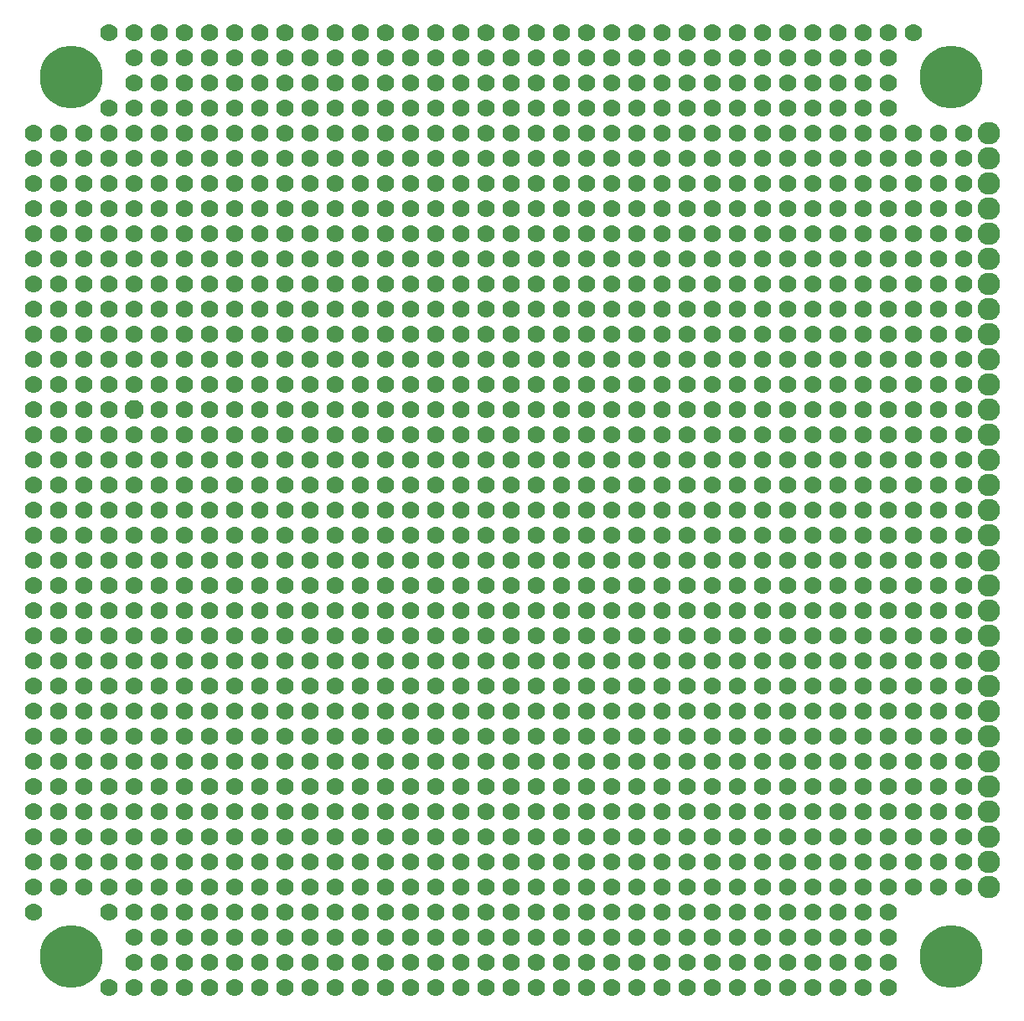
<source format=gbr>
%TF.GenerationSoftware,KiCad,Pcbnew,(6.0.1)*%
%TF.CreationDate,2023-02-05T21:43:02-08:00*%
%TF.ProjectId,Main-PcbDoc,4d61696e-2d50-4636-9244-6f632e6b6963,rev?*%
%TF.SameCoordinates,Original*%
%TF.FileFunction,Soldermask,Bot*%
%TF.FilePolarity,Negative*%
%FSLAX46Y46*%
G04 Gerber Fmt 4.6, Leading zero omitted, Abs format (unit mm)*
G04 Created by KiCad (PCBNEW (6.0.1)) date 2023-02-05 21:43:02*
%MOMM*%
%LPD*%
G01*
G04 APERTURE LIST*
%ADD10C,1.778000*%
%ADD11C,1.930400*%
%ADD12C,2.286000*%
%ADD13C,6.350000*%
G04 APERTURE END LIST*
D10*
%TO.C,*%
X31750000Y41910000D03*
X31750000Y39370000D03*
X26670000Y41910000D03*
X29210000Y41910000D03*
X26670000Y39370000D03*
X26670000Y36830000D03*
X29210000Y39370000D03*
X31750000Y49530000D03*
X31750000Y46990000D03*
X26670000Y49530000D03*
X29210000Y49530000D03*
X26670000Y46990000D03*
X26670000Y44450000D03*
X29210000Y46990000D03*
X29210000Y44450000D03*
X31750000Y44450000D03*
X31750000Y57150000D03*
X31750000Y54610000D03*
X26670000Y57150000D03*
X29210000Y57150000D03*
X26670000Y54610000D03*
X26670000Y52070000D03*
X29210000Y54610000D03*
X29210000Y52070000D03*
X31750000Y52070000D03*
X31750000Y64770000D03*
X31750000Y62230000D03*
X26670000Y64770000D03*
X29210000Y64770000D03*
X26670000Y62230000D03*
X26670000Y59690000D03*
X29210000Y62230000D03*
X29210000Y59690000D03*
X31750000Y59690000D03*
X31750000Y72390000D03*
X31750000Y69850000D03*
X26670000Y72390000D03*
X29210000Y72390000D03*
X26670000Y69850000D03*
X26670000Y67310000D03*
X29210000Y69850000D03*
X29210000Y67310000D03*
X31750000Y67310000D03*
X31750000Y80010000D03*
X31750000Y77470000D03*
X26670000Y80010000D03*
X29210000Y80010000D03*
X26670000Y77470000D03*
X26670000Y74930000D03*
X29210000Y77470000D03*
X29210000Y74930000D03*
X31750000Y74930000D03*
X31750000Y82550000D03*
X29210000Y82550000D03*
X29210000Y85090000D03*
X26670000Y82550000D03*
X26670000Y85090000D03*
X29210000Y87630000D03*
X26670000Y87630000D03*
X31750000Y85090000D03*
X31750000Y87630000D03*
X34290000Y29210000D03*
X36830000Y34290000D03*
X39370000Y34290000D03*
X41910000Y34290000D03*
X44450000Y34290000D03*
X46990000Y34290000D03*
X49530000Y34290000D03*
X52070000Y34290000D03*
X57150000Y34290000D03*
X54610000Y34290000D03*
X54610000Y31750000D03*
X57150000Y31750000D03*
X52070000Y31750000D03*
X49530000Y31750000D03*
X46990000Y31750000D03*
X44450000Y31750000D03*
X41910000Y31750000D03*
X39370000Y31750000D03*
X36830000Y31750000D03*
X54610000Y29210000D03*
X57150000Y29210000D03*
X52070000Y29210000D03*
X49530000Y29210000D03*
X46990000Y29210000D03*
X44450000Y29210000D03*
X41910000Y29210000D03*
X39370000Y29210000D03*
X36830000Y29210000D03*
X34290000Y125730000D03*
X57150000Y123190000D03*
X54610000Y123190000D03*
X52070000Y123190000D03*
X49530000Y123190000D03*
X46990000Y123190000D03*
X44450000Y123190000D03*
X41910000Y123190000D03*
X39370000Y123190000D03*
X36830000Y123190000D03*
X36830000Y125730000D03*
X39370000Y125730000D03*
X41910000Y125730000D03*
X44450000Y125730000D03*
X46990000Y125730000D03*
X49530000Y125730000D03*
X52070000Y125730000D03*
X54610000Y125730000D03*
X57150000Y125730000D03*
X36830000Y120650000D03*
X39370000Y120650000D03*
X41910000Y120650000D03*
X44450000Y120650000D03*
X46990000Y120650000D03*
X49530000Y120650000D03*
X52070000Y120650000D03*
X54610000Y120650000D03*
X57150000Y120650000D03*
X102870000Y120650000D03*
X105410000Y120650000D03*
X107950000Y120650000D03*
X110490000Y120650000D03*
X113030000Y120650000D03*
X80010000Y120650000D03*
X82550000Y120650000D03*
X85090000Y120650000D03*
X87630000Y120650000D03*
X90170000Y120650000D03*
X92710000Y120650000D03*
X95250000Y120650000D03*
X97790000Y120650000D03*
X100330000Y120650000D03*
X77470000Y120650000D03*
X74930000Y120650000D03*
X72390000Y120650000D03*
X69850000Y120650000D03*
X67310000Y120650000D03*
X64770000Y120650000D03*
X62230000Y120650000D03*
X59690000Y120650000D03*
X52070000Y87630000D03*
X54610000Y87630000D03*
X57150000Y87630000D03*
X49530000Y87630000D03*
X46990000Y87630000D03*
X44450000Y87630000D03*
X41910000Y87630000D03*
X39370000Y87630000D03*
D11*
X36830000Y87630000D03*
D10*
X34290000Y87630000D03*
X52070000Y85090000D03*
X54610000Y85090000D03*
X57150000Y85090000D03*
X49530000Y85090000D03*
X46990000Y85090000D03*
X44450000Y85090000D03*
X41910000Y85090000D03*
X39370000Y85090000D03*
X36830000Y85090000D03*
X34290000Y85090000D03*
X52070000Y69850000D03*
X54610000Y69850000D03*
X57150000Y69850000D03*
X49530000Y69850000D03*
X46990000Y69850000D03*
X44450000Y69850000D03*
X41910000Y69850000D03*
X39370000Y69850000D03*
X36830000Y69850000D03*
X34290000Y69850000D03*
X52070000Y67310000D03*
X54610000Y67310000D03*
X57150000Y67310000D03*
X49530000Y67310000D03*
X46990000Y67310000D03*
X44450000Y67310000D03*
X41910000Y67310000D03*
X39370000Y67310000D03*
X36830000Y67310000D03*
X34290000Y67310000D03*
X39370000Y72390000D03*
X36830000Y72390000D03*
X34290000Y72390000D03*
X39370000Y74930000D03*
X39370000Y77470000D03*
X39370000Y80010000D03*
X39370000Y82550000D03*
X36830000Y74930000D03*
X36830000Y77470000D03*
X36830000Y80010000D03*
X36830000Y82550000D03*
X34290000Y74930000D03*
X34290000Y77470000D03*
X34290000Y80010000D03*
X34290000Y82550000D03*
X39370000Y54610000D03*
X36830000Y54610000D03*
X34290000Y54610000D03*
X39370000Y57150000D03*
X39370000Y59690000D03*
X39370000Y62230000D03*
X39370000Y64770000D03*
X36830000Y57150000D03*
X36830000Y59690000D03*
X36830000Y62230000D03*
X36830000Y64770000D03*
X34290000Y57150000D03*
X34290000Y59690000D03*
X34290000Y62230000D03*
X34290000Y64770000D03*
X39370000Y36830000D03*
X36830000Y36830000D03*
X34290000Y36830000D03*
X39370000Y39370000D03*
X39370000Y41910000D03*
X39370000Y44450000D03*
X39370000Y46990000D03*
X36830000Y39370000D03*
X36830000Y41910000D03*
X36830000Y44450000D03*
X36830000Y46990000D03*
X34290000Y39370000D03*
X34290000Y41910000D03*
X34290000Y44450000D03*
X34290000Y46990000D03*
X57150000Y36830000D03*
X54610000Y36830000D03*
X52070000Y36830000D03*
X49530000Y36830000D03*
X46990000Y36830000D03*
X44450000Y36830000D03*
X41910000Y36830000D03*
X57150000Y39370000D03*
X57150000Y41910000D03*
X57150000Y44450000D03*
X57150000Y46990000D03*
X54610000Y39370000D03*
X54610000Y41910000D03*
X54610000Y44450000D03*
X54610000Y46990000D03*
X52070000Y39370000D03*
X52070000Y41910000D03*
X52070000Y44450000D03*
X52070000Y46990000D03*
X49530000Y39370000D03*
X49530000Y41910000D03*
X49530000Y44450000D03*
X49530000Y46990000D03*
X46990000Y39370000D03*
X46990000Y41910000D03*
X46990000Y44450000D03*
X46990000Y46990000D03*
X44450000Y39370000D03*
X44450000Y41910000D03*
X44450000Y44450000D03*
X44450000Y46990000D03*
X41910000Y46990000D03*
X41910000Y44450000D03*
X41910000Y41910000D03*
X41910000Y39370000D03*
X57150000Y54610000D03*
X54610000Y54610000D03*
X52070000Y54610000D03*
X49530000Y54610000D03*
X46990000Y54610000D03*
X44450000Y54610000D03*
X41910000Y54610000D03*
X57150000Y57150000D03*
X57150000Y59690000D03*
X57150000Y62230000D03*
X57150000Y64770000D03*
X54610000Y57150000D03*
X54610000Y59690000D03*
X54610000Y62230000D03*
X54610000Y64770000D03*
X52070000Y57150000D03*
X52070000Y59690000D03*
X52070000Y62230000D03*
X52070000Y64770000D03*
X49530000Y57150000D03*
X49530000Y59690000D03*
X49530000Y62230000D03*
X49530000Y64770000D03*
X46990000Y57150000D03*
X46990000Y59690000D03*
X46990000Y62230000D03*
X46990000Y64770000D03*
X44450000Y57150000D03*
X44450000Y59690000D03*
X44450000Y62230000D03*
X44450000Y64770000D03*
X41910000Y64770000D03*
X41910000Y62230000D03*
X41910000Y59690000D03*
X41910000Y57150000D03*
X57150000Y72390000D03*
X54610000Y72390000D03*
X52070000Y72390000D03*
X49530000Y72390000D03*
X46990000Y72390000D03*
X44450000Y72390000D03*
X41910000Y72390000D03*
X57150000Y74930000D03*
X57150000Y77470000D03*
X57150000Y80010000D03*
X57150000Y82550000D03*
X54610000Y74930000D03*
X54610000Y77470000D03*
X54610000Y80010000D03*
X54610000Y82550000D03*
X52070000Y74930000D03*
X52070000Y77470000D03*
X52070000Y80010000D03*
X52070000Y82550000D03*
X49530000Y74930000D03*
X49530000Y77470000D03*
X49530000Y80010000D03*
X49530000Y82550000D03*
X46990000Y74930000D03*
X46990000Y77470000D03*
X46990000Y80010000D03*
X46990000Y82550000D03*
X44450000Y74930000D03*
X44450000Y77470000D03*
X44450000Y80010000D03*
X44450000Y82550000D03*
X41910000Y82550000D03*
X41910000Y80010000D03*
X41910000Y77470000D03*
X41910000Y74930000D03*
X57150000Y90170000D03*
X54610000Y90170000D03*
X52070000Y90170000D03*
X49530000Y90170000D03*
X46990000Y90170000D03*
X44450000Y90170000D03*
X57150000Y92710000D03*
X57150000Y95250000D03*
X57150000Y97790000D03*
X57150000Y100330000D03*
X54610000Y92710000D03*
X54610000Y95250000D03*
X54610000Y97790000D03*
X54610000Y100330000D03*
X52070000Y92710000D03*
X52070000Y95250000D03*
X52070000Y97790000D03*
X52070000Y100330000D03*
X49530000Y92710000D03*
X49530000Y95250000D03*
X49530000Y97790000D03*
X49530000Y100330000D03*
X46990000Y92710000D03*
X46990000Y95250000D03*
X46990000Y97790000D03*
X46990000Y100330000D03*
X44450000Y92710000D03*
X44450000Y95250000D03*
X44450000Y97790000D03*
X44450000Y100330000D03*
X57150000Y107950000D03*
X54610000Y107950000D03*
X52070000Y107950000D03*
X49530000Y107950000D03*
X46990000Y107950000D03*
X44450000Y107950000D03*
X57150000Y110490000D03*
X57150000Y113030000D03*
X57150000Y115570000D03*
X57150000Y118110000D03*
X54610000Y110490000D03*
X54610000Y113030000D03*
X54610000Y115570000D03*
X54610000Y118110000D03*
X52070000Y110490000D03*
X52070000Y113030000D03*
X52070000Y115570000D03*
X52070000Y118110000D03*
X49530000Y110490000D03*
X49530000Y113030000D03*
X49530000Y115570000D03*
X49530000Y118110000D03*
X46990000Y110490000D03*
X46990000Y113030000D03*
X46990000Y115570000D03*
X46990000Y118110000D03*
X44450000Y110490000D03*
X44450000Y113030000D03*
X44450000Y115570000D03*
X44450000Y118110000D03*
D12*
X123190000Y39370000D03*
D10*
X120650000Y39370000D03*
X118110000Y39370000D03*
X118110000Y41910000D03*
X120650000Y41910000D03*
D12*
X123190000Y41910000D03*
D10*
X118110000Y44450000D03*
X120650000Y44450000D03*
D12*
X123190000Y44450000D03*
D10*
X118110000Y46990000D03*
X120650000Y46990000D03*
D12*
X123190000Y46990000D03*
D10*
X59690000Y29210000D03*
X62230000Y29210000D03*
X64770000Y29210000D03*
X67310000Y29210000D03*
X69850000Y29210000D03*
X72390000Y29210000D03*
X74930000Y29210000D03*
X97790000Y29210000D03*
X95250000Y29210000D03*
X92710000Y29210000D03*
X90170000Y29210000D03*
X87630000Y29210000D03*
X85090000Y29210000D03*
X82550000Y29210000D03*
X80010000Y29210000D03*
X77470000Y29210000D03*
X113030000Y29210000D03*
X110490000Y29210000D03*
X107950000Y29210000D03*
X105410000Y29210000D03*
X102870000Y29210000D03*
X100330000Y29210000D03*
X59690000Y31750000D03*
X62230000Y31750000D03*
X64770000Y31750000D03*
X67310000Y31750000D03*
X69850000Y31750000D03*
X72390000Y31750000D03*
X74930000Y31750000D03*
X97790000Y31750000D03*
X95250000Y31750000D03*
X92710000Y31750000D03*
X90170000Y31750000D03*
X87630000Y31750000D03*
X85090000Y31750000D03*
X82550000Y31750000D03*
X80010000Y31750000D03*
X77470000Y31750000D03*
X113030000Y31750000D03*
X110490000Y31750000D03*
X107950000Y31750000D03*
X105410000Y31750000D03*
X102870000Y31750000D03*
X100330000Y31750000D03*
X113030000Y72390000D03*
X113030000Y74930000D03*
X113030000Y77470000D03*
X113030000Y80010000D03*
X113030000Y82550000D03*
X110490000Y72390000D03*
X110490000Y74930000D03*
X110490000Y77470000D03*
X110490000Y80010000D03*
X110490000Y82550000D03*
X107950000Y72390000D03*
X107950000Y74930000D03*
X107950000Y77470000D03*
X107950000Y80010000D03*
X107950000Y82550000D03*
X105410000Y72390000D03*
X105410000Y74930000D03*
X105410000Y77470000D03*
X105410000Y80010000D03*
X105410000Y82550000D03*
X102870000Y72390000D03*
X102870000Y74930000D03*
X102870000Y77470000D03*
X102870000Y80010000D03*
X102870000Y82550000D03*
X100330000Y72390000D03*
X100330000Y74930000D03*
X100330000Y77470000D03*
X100330000Y80010000D03*
X100330000Y82550000D03*
X97790000Y72390000D03*
X97790000Y74930000D03*
X97790000Y77470000D03*
X97790000Y80010000D03*
X97790000Y82550000D03*
X95250000Y72390000D03*
X95250000Y74930000D03*
X95250000Y77470000D03*
X95250000Y80010000D03*
X95250000Y82550000D03*
X92710000Y72390000D03*
X92710000Y74930000D03*
X92710000Y77470000D03*
X92710000Y80010000D03*
X92710000Y82550000D03*
X90170000Y72390000D03*
X90170000Y74930000D03*
X90170000Y77470000D03*
X90170000Y80010000D03*
X90170000Y82550000D03*
X87630000Y72390000D03*
X87630000Y74930000D03*
X87630000Y77470000D03*
X87630000Y80010000D03*
X87630000Y82550000D03*
X85090000Y72390000D03*
X85090000Y74930000D03*
X85090000Y77470000D03*
X85090000Y80010000D03*
X85090000Y82550000D03*
X82550000Y72390000D03*
X82550000Y74930000D03*
X82550000Y77470000D03*
X82550000Y80010000D03*
X82550000Y82550000D03*
X80010000Y72390000D03*
X80010000Y74930000D03*
X80010000Y77470000D03*
X80010000Y80010000D03*
X80010000Y82550000D03*
X77470000Y72390000D03*
X77470000Y74930000D03*
X77470000Y77470000D03*
X77470000Y80010000D03*
X77470000Y82550000D03*
X74930000Y72390000D03*
X74930000Y74930000D03*
X74930000Y77470000D03*
X74930000Y80010000D03*
X74930000Y82550000D03*
X72390000Y72390000D03*
X72390000Y74930000D03*
X72390000Y77470000D03*
X72390000Y80010000D03*
X72390000Y82550000D03*
X69850000Y72390000D03*
X69850000Y74930000D03*
X69850000Y77470000D03*
X69850000Y80010000D03*
X69850000Y82550000D03*
X67310000Y72390000D03*
X67310000Y74930000D03*
X67310000Y77470000D03*
X67310000Y80010000D03*
X67310000Y82550000D03*
X64770000Y72390000D03*
X64770000Y74930000D03*
X64770000Y77470000D03*
X64770000Y80010000D03*
X64770000Y82550000D03*
X62230000Y72390000D03*
X62230000Y74930000D03*
X62230000Y77470000D03*
X62230000Y80010000D03*
X62230000Y82550000D03*
X59690000Y82550000D03*
X59690000Y80010000D03*
X59690000Y77470000D03*
X59690000Y74930000D03*
X59690000Y72390000D03*
D12*
X123190000Y54610000D03*
D10*
X120650000Y54610000D03*
X118110000Y54610000D03*
D12*
X123190000Y52070000D03*
D10*
X120650000Y52070000D03*
X118110000Y52070000D03*
D12*
X123190000Y49530000D03*
D10*
X120650000Y49530000D03*
X118110000Y49530000D03*
D12*
X123190000Y64770000D03*
D10*
X120650000Y64770000D03*
X118110000Y64770000D03*
D12*
X123190000Y62230000D03*
D10*
X120650000Y62230000D03*
X118110000Y62230000D03*
D12*
X123190000Y59690000D03*
D10*
X120650000Y59690000D03*
X118110000Y59690000D03*
D12*
X123190000Y57150000D03*
D10*
X120650000Y57150000D03*
X118110000Y57150000D03*
D12*
X123190000Y74930000D03*
D10*
X120650000Y74930000D03*
X118110000Y74930000D03*
D12*
X123190000Y72390000D03*
D10*
X120650000Y72390000D03*
X118110000Y72390000D03*
D12*
X123190000Y69850000D03*
D10*
X120650000Y69850000D03*
X118110000Y69850000D03*
D12*
X123190000Y67310000D03*
D10*
X120650000Y67310000D03*
X118110000Y67310000D03*
D12*
X123190000Y85090000D03*
D10*
X120650000Y85090000D03*
X118110000Y85090000D03*
D12*
X123190000Y82550000D03*
D10*
X120650000Y82550000D03*
X118110000Y82550000D03*
D12*
X123190000Y80010000D03*
D10*
X120650000Y80010000D03*
X118110000Y80010000D03*
D12*
X123190000Y77470000D03*
D10*
X120650000Y77470000D03*
X118110000Y77470000D03*
D12*
X123190000Y95250000D03*
D10*
X120650000Y95250000D03*
X118110000Y95250000D03*
D12*
X123190000Y92710000D03*
D10*
X120650000Y92710000D03*
X118110000Y92710000D03*
D12*
X123190000Y90170000D03*
D10*
X120650000Y90170000D03*
X118110000Y90170000D03*
D12*
X123190000Y87630000D03*
D10*
X120650000Y87630000D03*
X118110000Y87630000D03*
X118110000Y97790000D03*
X120650000Y97790000D03*
D12*
X123190000Y97790000D03*
D10*
X118110000Y100330000D03*
X120650000Y100330000D03*
D12*
X123190000Y100330000D03*
D10*
X118110000Y102870000D03*
X120650000Y102870000D03*
D12*
X123190000Y102870000D03*
D10*
X118110000Y105410000D03*
X120650000Y105410000D03*
D12*
X123190000Y105410000D03*
D10*
X118110000Y107950000D03*
X120650000Y107950000D03*
D12*
X123190000Y107950000D03*
D10*
X118110000Y110490000D03*
X120650000Y110490000D03*
D12*
X123190000Y110490000D03*
D10*
X118110000Y113030000D03*
X120650000Y113030000D03*
D12*
X123190000Y113030000D03*
X123190000Y115570000D03*
D10*
X120650000Y115570000D03*
X118110000Y115570000D03*
X59690000Y110490000D03*
X59690000Y113030000D03*
X59690000Y115570000D03*
X59690000Y118110000D03*
X62230000Y118110000D03*
X62230000Y115570000D03*
X62230000Y113030000D03*
X62230000Y110490000D03*
X64770000Y118110000D03*
X64770000Y115570000D03*
X64770000Y113030000D03*
X64770000Y110490000D03*
X67310000Y118110000D03*
X67310000Y115570000D03*
X67310000Y113030000D03*
X67310000Y110490000D03*
X69850000Y118110000D03*
X69850000Y115570000D03*
X69850000Y113030000D03*
X69850000Y110490000D03*
X72390000Y118110000D03*
X72390000Y115570000D03*
X72390000Y113030000D03*
X72390000Y110490000D03*
X74930000Y118110000D03*
X74930000Y115570000D03*
X74930000Y113030000D03*
X74930000Y110490000D03*
X77470000Y118110000D03*
X77470000Y115570000D03*
X77470000Y113030000D03*
X77470000Y110490000D03*
X80010000Y118110000D03*
X80010000Y115570000D03*
X80010000Y113030000D03*
X80010000Y110490000D03*
X82550000Y118110000D03*
X82550000Y115570000D03*
X82550000Y113030000D03*
X82550000Y110490000D03*
X85090000Y118110000D03*
X85090000Y115570000D03*
X85090000Y113030000D03*
X85090000Y110490000D03*
X87630000Y118110000D03*
X87630000Y115570000D03*
X87630000Y113030000D03*
X87630000Y110490000D03*
X90170000Y118110000D03*
X90170000Y115570000D03*
X90170000Y113030000D03*
X90170000Y110490000D03*
X92710000Y118110000D03*
X92710000Y115570000D03*
X92710000Y113030000D03*
X92710000Y110490000D03*
X95250000Y118110000D03*
X95250000Y115570000D03*
X95250000Y113030000D03*
X95250000Y110490000D03*
X97790000Y118110000D03*
X97790000Y115570000D03*
X97790000Y113030000D03*
X97790000Y110490000D03*
X100330000Y118110000D03*
X100330000Y115570000D03*
X100330000Y113030000D03*
X100330000Y110490000D03*
X102870000Y118110000D03*
X102870000Y115570000D03*
X102870000Y113030000D03*
X102870000Y110490000D03*
X105410000Y118110000D03*
X105410000Y115570000D03*
X105410000Y113030000D03*
X105410000Y110490000D03*
X107950000Y118110000D03*
X107950000Y115570000D03*
X107950000Y113030000D03*
X107950000Y110490000D03*
X110490000Y118110000D03*
X110490000Y115570000D03*
X110490000Y113030000D03*
X110490000Y110490000D03*
X113030000Y118110000D03*
X113030000Y115570000D03*
X113030000Y113030000D03*
X113030000Y110490000D03*
X59690000Y107950000D03*
X62230000Y107950000D03*
X64770000Y107950000D03*
X67310000Y107950000D03*
X69850000Y107950000D03*
X72390000Y107950000D03*
X74930000Y107950000D03*
X77470000Y107950000D03*
X80010000Y107950000D03*
X82550000Y107950000D03*
X85090000Y107950000D03*
X87630000Y107950000D03*
X90170000Y107950000D03*
X92710000Y107950000D03*
X95250000Y107950000D03*
X97790000Y107950000D03*
X100330000Y107950000D03*
X102870000Y107950000D03*
X105410000Y107950000D03*
X107950000Y107950000D03*
X110490000Y107950000D03*
X113030000Y107950000D03*
X59690000Y90170000D03*
X59690000Y92710000D03*
X59690000Y95250000D03*
X59690000Y97790000D03*
X59690000Y100330000D03*
X62230000Y100330000D03*
X62230000Y97790000D03*
X62230000Y95250000D03*
X62230000Y92710000D03*
X62230000Y90170000D03*
X64770000Y100330000D03*
X64770000Y97790000D03*
X64770000Y95250000D03*
X64770000Y92710000D03*
X64770000Y90170000D03*
X67310000Y100330000D03*
X67310000Y97790000D03*
X67310000Y95250000D03*
X67310000Y92710000D03*
X67310000Y90170000D03*
X69850000Y100330000D03*
X69850000Y97790000D03*
X69850000Y95250000D03*
X69850000Y92710000D03*
X69850000Y90170000D03*
X72390000Y100330000D03*
X72390000Y97790000D03*
X72390000Y95250000D03*
X72390000Y92710000D03*
X72390000Y90170000D03*
X74930000Y100330000D03*
X74930000Y97790000D03*
X74930000Y95250000D03*
X74930000Y92710000D03*
X74930000Y90170000D03*
X77470000Y100330000D03*
X77470000Y97790000D03*
X77470000Y95250000D03*
X77470000Y92710000D03*
X77470000Y90170000D03*
X80010000Y100330000D03*
X80010000Y97790000D03*
X80010000Y95250000D03*
X80010000Y92710000D03*
X80010000Y90170000D03*
X82550000Y100330000D03*
X82550000Y97790000D03*
X82550000Y95250000D03*
X82550000Y92710000D03*
X82550000Y90170000D03*
X85090000Y100330000D03*
X85090000Y97790000D03*
X85090000Y95250000D03*
X85090000Y92710000D03*
X85090000Y90170000D03*
X87630000Y100330000D03*
X87630000Y97790000D03*
X87630000Y95250000D03*
X87630000Y92710000D03*
X87630000Y90170000D03*
X90170000Y100330000D03*
X90170000Y97790000D03*
X90170000Y95250000D03*
X90170000Y92710000D03*
X90170000Y90170000D03*
X92710000Y100330000D03*
X92710000Y97790000D03*
X92710000Y95250000D03*
X92710000Y92710000D03*
X92710000Y90170000D03*
X95250000Y100330000D03*
X95250000Y97790000D03*
X95250000Y95250000D03*
X95250000Y92710000D03*
X95250000Y90170000D03*
X97790000Y100330000D03*
X97790000Y97790000D03*
X97790000Y95250000D03*
X97790000Y92710000D03*
X97790000Y90170000D03*
X100330000Y100330000D03*
X100330000Y97790000D03*
X100330000Y95250000D03*
X100330000Y92710000D03*
X100330000Y90170000D03*
X102870000Y100330000D03*
X102870000Y97790000D03*
X102870000Y95250000D03*
X102870000Y92710000D03*
X102870000Y90170000D03*
X105410000Y100330000D03*
X105410000Y97790000D03*
X105410000Y95250000D03*
X105410000Y92710000D03*
X105410000Y90170000D03*
X107950000Y100330000D03*
X107950000Y97790000D03*
X107950000Y95250000D03*
X107950000Y92710000D03*
X107950000Y90170000D03*
X110490000Y100330000D03*
X110490000Y97790000D03*
X110490000Y95250000D03*
X110490000Y92710000D03*
X110490000Y90170000D03*
X113030000Y100330000D03*
X113030000Y97790000D03*
X113030000Y95250000D03*
X113030000Y92710000D03*
X113030000Y90170000D03*
X59690000Y85090000D03*
X62230000Y85090000D03*
X64770000Y85090000D03*
X67310000Y85090000D03*
X69850000Y85090000D03*
X72390000Y85090000D03*
X74930000Y85090000D03*
X77470000Y85090000D03*
X100330000Y85090000D03*
X97790000Y85090000D03*
X95250000Y85090000D03*
X92710000Y85090000D03*
X90170000Y85090000D03*
X87630000Y85090000D03*
X85090000Y85090000D03*
X82550000Y85090000D03*
X80010000Y85090000D03*
X113030000Y85090000D03*
X110490000Y85090000D03*
X107950000Y85090000D03*
X105410000Y85090000D03*
X102870000Y85090000D03*
X59690000Y87630000D03*
X62230000Y87630000D03*
X64770000Y87630000D03*
X67310000Y87630000D03*
X69850000Y87630000D03*
X72390000Y87630000D03*
X74930000Y87630000D03*
X77470000Y87630000D03*
X100330000Y87630000D03*
X97790000Y87630000D03*
X95250000Y87630000D03*
X92710000Y87630000D03*
X90170000Y87630000D03*
X87630000Y87630000D03*
X85090000Y87630000D03*
X82550000Y87630000D03*
X80010000Y87630000D03*
X113030000Y87630000D03*
X110490000Y87630000D03*
X107950000Y87630000D03*
X105410000Y87630000D03*
X102870000Y87630000D03*
X59690000Y54610000D03*
X59690000Y57150000D03*
X59690000Y59690000D03*
X59690000Y62230000D03*
X59690000Y64770000D03*
X62230000Y64770000D03*
X62230000Y62230000D03*
X62230000Y59690000D03*
X62230000Y57150000D03*
X62230000Y54610000D03*
X64770000Y64770000D03*
X64770000Y62230000D03*
X64770000Y59690000D03*
X64770000Y57150000D03*
X64770000Y54610000D03*
X67310000Y64770000D03*
X67310000Y62230000D03*
X67310000Y59690000D03*
X67310000Y57150000D03*
X67310000Y54610000D03*
X69850000Y64770000D03*
X69850000Y62230000D03*
X69850000Y59690000D03*
X69850000Y57150000D03*
X69850000Y54610000D03*
X72390000Y64770000D03*
X72390000Y62230000D03*
X72390000Y59690000D03*
X72390000Y57150000D03*
X72390000Y54610000D03*
X74930000Y64770000D03*
X74930000Y62230000D03*
X74930000Y59690000D03*
X74930000Y57150000D03*
X74930000Y54610000D03*
X77470000Y64770000D03*
X77470000Y62230000D03*
X77470000Y59690000D03*
X77470000Y57150000D03*
X77470000Y54610000D03*
X80010000Y64770000D03*
X80010000Y62230000D03*
X80010000Y59690000D03*
X80010000Y57150000D03*
X80010000Y54610000D03*
X82550000Y64770000D03*
X82550000Y62230000D03*
X82550000Y59690000D03*
X82550000Y57150000D03*
X82550000Y54610000D03*
X85090000Y64770000D03*
X85090000Y62230000D03*
X85090000Y59690000D03*
X85090000Y57150000D03*
X85090000Y54610000D03*
X87630000Y64770000D03*
X87630000Y62230000D03*
X87630000Y59690000D03*
X87630000Y57150000D03*
X87630000Y54610000D03*
X90170000Y64770000D03*
X90170000Y62230000D03*
X90170000Y59690000D03*
X90170000Y57150000D03*
X90170000Y54610000D03*
X92710000Y64770000D03*
X92710000Y62230000D03*
X92710000Y59690000D03*
X92710000Y57150000D03*
X92710000Y54610000D03*
X95250000Y64770000D03*
X95250000Y62230000D03*
X95250000Y59690000D03*
X95250000Y57150000D03*
X95250000Y54610000D03*
X97790000Y64770000D03*
X97790000Y62230000D03*
X97790000Y59690000D03*
X97790000Y57150000D03*
X97790000Y54610000D03*
X100330000Y64770000D03*
X100330000Y62230000D03*
X100330000Y59690000D03*
X100330000Y57150000D03*
X100330000Y54610000D03*
X102870000Y64770000D03*
X102870000Y62230000D03*
X102870000Y59690000D03*
X102870000Y57150000D03*
X102870000Y54610000D03*
X105410000Y64770000D03*
X105410000Y62230000D03*
X105410000Y59690000D03*
X105410000Y57150000D03*
X105410000Y54610000D03*
X107950000Y64770000D03*
X107950000Y62230000D03*
X107950000Y59690000D03*
X107950000Y57150000D03*
X107950000Y54610000D03*
X110490000Y64770000D03*
X110490000Y62230000D03*
X110490000Y59690000D03*
X110490000Y57150000D03*
X110490000Y54610000D03*
X113030000Y64770000D03*
X113030000Y62230000D03*
X113030000Y59690000D03*
X113030000Y57150000D03*
X113030000Y54610000D03*
X59690000Y67310000D03*
X62230000Y67310000D03*
X64770000Y67310000D03*
X67310000Y67310000D03*
X69850000Y67310000D03*
X72390000Y67310000D03*
X74930000Y67310000D03*
X77470000Y67310000D03*
X100330000Y67310000D03*
X97790000Y67310000D03*
X95250000Y67310000D03*
X92710000Y67310000D03*
X90170000Y67310000D03*
X87630000Y67310000D03*
X85090000Y67310000D03*
X82550000Y67310000D03*
X80010000Y67310000D03*
X113030000Y67310000D03*
X110490000Y67310000D03*
X107950000Y67310000D03*
X105410000Y67310000D03*
X102870000Y67310000D03*
X59690000Y69850000D03*
X62230000Y69850000D03*
X64770000Y69850000D03*
X67310000Y69850000D03*
X69850000Y69850000D03*
X72390000Y69850000D03*
X74930000Y69850000D03*
X77470000Y69850000D03*
X100330000Y69850000D03*
X97790000Y69850000D03*
X95250000Y69850000D03*
X92710000Y69850000D03*
X90170000Y69850000D03*
X87630000Y69850000D03*
X85090000Y69850000D03*
X82550000Y69850000D03*
X80010000Y69850000D03*
X113030000Y69850000D03*
X110490000Y69850000D03*
X107950000Y69850000D03*
X105410000Y69850000D03*
X102870000Y69850000D03*
X113030000Y36830000D03*
X113030000Y39370000D03*
X113030000Y41910000D03*
X113030000Y44450000D03*
X113030000Y46990000D03*
X110490000Y36830000D03*
X110490000Y39370000D03*
X110490000Y41910000D03*
X110490000Y44450000D03*
X110490000Y46990000D03*
X107950000Y36830000D03*
X107950000Y39370000D03*
X107950000Y41910000D03*
X107950000Y44450000D03*
X107950000Y46990000D03*
X105410000Y36830000D03*
X105410000Y39370000D03*
X105410000Y41910000D03*
X105410000Y44450000D03*
X105410000Y46990000D03*
X102870000Y36830000D03*
X102870000Y39370000D03*
X102870000Y41910000D03*
X102870000Y44450000D03*
X102870000Y46990000D03*
X100330000Y36830000D03*
X100330000Y39370000D03*
X100330000Y41910000D03*
X100330000Y44450000D03*
X100330000Y46990000D03*
X97790000Y36830000D03*
X97790000Y39370000D03*
X97790000Y41910000D03*
X97790000Y44450000D03*
X97790000Y46990000D03*
X95250000Y36830000D03*
X95250000Y39370000D03*
X95250000Y41910000D03*
X95250000Y44450000D03*
X95250000Y46990000D03*
X92710000Y36830000D03*
X92710000Y39370000D03*
X92710000Y41910000D03*
X92710000Y44450000D03*
X92710000Y46990000D03*
X90170000Y36830000D03*
X90170000Y39370000D03*
X90170000Y41910000D03*
X90170000Y44450000D03*
X90170000Y46990000D03*
X87630000Y36830000D03*
X87630000Y39370000D03*
X87630000Y41910000D03*
X87630000Y44450000D03*
X87630000Y46990000D03*
X85090000Y36830000D03*
X85090000Y39370000D03*
X85090000Y41910000D03*
X85090000Y44450000D03*
X85090000Y46990000D03*
X82550000Y36830000D03*
X82550000Y39370000D03*
X82550000Y41910000D03*
X82550000Y44450000D03*
X82550000Y46990000D03*
X80010000Y36830000D03*
X80010000Y39370000D03*
X80010000Y41910000D03*
X80010000Y44450000D03*
X80010000Y46990000D03*
X77470000Y36830000D03*
X77470000Y39370000D03*
X77470000Y41910000D03*
X77470000Y44450000D03*
X77470000Y46990000D03*
X74930000Y36830000D03*
X74930000Y39370000D03*
X74930000Y41910000D03*
X74930000Y44450000D03*
X74930000Y46990000D03*
X72390000Y36830000D03*
X72390000Y39370000D03*
X72390000Y41910000D03*
X72390000Y44450000D03*
X72390000Y46990000D03*
X69850000Y36830000D03*
X69850000Y39370000D03*
X69850000Y41910000D03*
X69850000Y44450000D03*
X69850000Y46990000D03*
X67310000Y36830000D03*
X67310000Y39370000D03*
X67310000Y41910000D03*
X67310000Y44450000D03*
X67310000Y46990000D03*
X64770000Y36830000D03*
X64770000Y39370000D03*
X64770000Y41910000D03*
X64770000Y44450000D03*
X64770000Y46990000D03*
X62230000Y36830000D03*
X62230000Y39370000D03*
X62230000Y41910000D03*
X62230000Y44450000D03*
X62230000Y46990000D03*
X59690000Y46990000D03*
X59690000Y44450000D03*
X59690000Y41910000D03*
X59690000Y39370000D03*
X59690000Y36830000D03*
X102870000Y125730000D03*
X105410000Y125730000D03*
X107950000Y125730000D03*
X110490000Y125730000D03*
X113030000Y125730000D03*
X115570000Y125730000D03*
X80010000Y125730000D03*
X82550000Y125730000D03*
X85090000Y125730000D03*
X87630000Y125730000D03*
X90170000Y125730000D03*
X92710000Y125730000D03*
X95250000Y125730000D03*
X97790000Y125730000D03*
X100330000Y125730000D03*
X77470000Y125730000D03*
X74930000Y125730000D03*
X72390000Y125730000D03*
X69850000Y125730000D03*
X67310000Y125730000D03*
X64770000Y125730000D03*
X62230000Y125730000D03*
X59690000Y125730000D03*
X100330000Y34290000D03*
X102870000Y34290000D03*
X105410000Y34290000D03*
X107950000Y34290000D03*
X110490000Y34290000D03*
X113030000Y34290000D03*
X77470000Y34290000D03*
X80010000Y34290000D03*
X82550000Y34290000D03*
X85090000Y34290000D03*
X87630000Y34290000D03*
X90170000Y34290000D03*
X92710000Y34290000D03*
X95250000Y34290000D03*
X97790000Y34290000D03*
X74930000Y34290000D03*
X72390000Y34290000D03*
X69850000Y34290000D03*
X67310000Y34290000D03*
X64770000Y34290000D03*
X62230000Y34290000D03*
X59690000Y34290000D03*
D13*
X30480000Y121285000D03*
X30480000Y32385000D03*
X119380000Y32385000D03*
X119380000Y121285000D03*
D10*
X59690000Y123190000D03*
X62230000Y123190000D03*
X64770000Y123190000D03*
X67310000Y123190000D03*
X69850000Y123190000D03*
X72390000Y123190000D03*
X74930000Y123190000D03*
X77470000Y123190000D03*
X100330000Y123190000D03*
X97790000Y123190000D03*
X95250000Y123190000D03*
X92710000Y123190000D03*
X90170000Y123190000D03*
X87630000Y123190000D03*
X85090000Y123190000D03*
X82550000Y123190000D03*
X80010000Y123190000D03*
X113030000Y123190000D03*
X110490000Y123190000D03*
X107950000Y123190000D03*
X105410000Y123190000D03*
X102870000Y123190000D03*
X31750000Y102870000D03*
X31750000Y100330000D03*
X26670000Y102870000D03*
X29210000Y102870000D03*
X26670000Y100330000D03*
X26670000Y97790000D03*
X29210000Y100330000D03*
X29210000Y97790000D03*
X31750000Y97790000D03*
X31750000Y90170000D03*
X29210000Y90170000D03*
X29210000Y92710000D03*
X26670000Y90170000D03*
X26670000Y92710000D03*
X29210000Y95250000D03*
X26670000Y95250000D03*
X31750000Y92710000D03*
X31750000Y95250000D03*
X31750000Y115570000D03*
X26670000Y115570000D03*
X26670000Y113030000D03*
X29210000Y115570000D03*
X29210000Y113030000D03*
X31750000Y113030000D03*
X31750000Y105410000D03*
X29210000Y105410000D03*
X29210000Y107950000D03*
X26670000Y105410000D03*
X26670000Y107950000D03*
X29210000Y110490000D03*
X26670000Y110490000D03*
X31750000Y107950000D03*
X31750000Y110490000D03*
X34290000Y118110000D03*
X34290000Y115570000D03*
X34290000Y113030000D03*
X34290000Y110490000D03*
X36830000Y118110000D03*
X36830000Y115570000D03*
X36830000Y113030000D03*
X36830000Y110490000D03*
X39370000Y118110000D03*
X39370000Y115570000D03*
X39370000Y113030000D03*
X39370000Y110490000D03*
X41910000Y118110000D03*
X41910000Y115570000D03*
X41910000Y113030000D03*
X41910000Y110490000D03*
X34290000Y107950000D03*
X36830000Y107950000D03*
X39370000Y107950000D03*
X41910000Y107950000D03*
X34290000Y100330000D03*
X34290000Y97790000D03*
X34290000Y95250000D03*
X34290000Y92710000D03*
X36830000Y100330000D03*
X36830000Y97790000D03*
X36830000Y95250000D03*
X36830000Y92710000D03*
X39370000Y100330000D03*
X39370000Y97790000D03*
X39370000Y95250000D03*
X39370000Y92710000D03*
X41910000Y100330000D03*
X41910000Y97790000D03*
X41910000Y95250000D03*
X41910000Y92710000D03*
X34290000Y90170000D03*
X36830000Y90170000D03*
X39370000Y90170000D03*
X41910000Y90170000D03*
X113030000Y49530000D03*
X113030000Y52070000D03*
X110490000Y49530000D03*
X110490000Y52070000D03*
X107950000Y49530000D03*
X107950000Y52070000D03*
X105410000Y49530000D03*
X105410000Y52070000D03*
X102870000Y49530000D03*
X102870000Y52070000D03*
X100330000Y49530000D03*
X100330000Y52070000D03*
X97790000Y49530000D03*
X97790000Y52070000D03*
X95250000Y49530000D03*
X95250000Y52070000D03*
X92710000Y49530000D03*
X92710000Y52070000D03*
X90170000Y49530000D03*
X90170000Y52070000D03*
X87630000Y49530000D03*
X87630000Y52070000D03*
X85090000Y49530000D03*
X85090000Y52070000D03*
X82550000Y49530000D03*
X82550000Y52070000D03*
X80010000Y49530000D03*
X80010000Y52070000D03*
X77470000Y49530000D03*
X77470000Y52070000D03*
X74930000Y49530000D03*
X74930000Y52070000D03*
X72390000Y49530000D03*
X72390000Y52070000D03*
X69850000Y49530000D03*
X69850000Y52070000D03*
X67310000Y49530000D03*
X67310000Y52070000D03*
X64770000Y49530000D03*
X64770000Y52070000D03*
X62230000Y49530000D03*
X62230000Y52070000D03*
X59690000Y52070000D03*
X59690000Y49530000D03*
X41910000Y52070000D03*
X44450000Y52070000D03*
X46990000Y52070000D03*
X49530000Y52070000D03*
X52070000Y52070000D03*
X54610000Y52070000D03*
X57150000Y52070000D03*
X41910000Y49530000D03*
X44450000Y49530000D03*
X46990000Y49530000D03*
X49530000Y49530000D03*
X52070000Y49530000D03*
X54610000Y49530000D03*
X57150000Y49530000D03*
X34290000Y52070000D03*
X36830000Y52070000D03*
X39370000Y52070000D03*
X34290000Y49530000D03*
X36830000Y49530000D03*
X39370000Y49530000D03*
X113030000Y102870000D03*
X113030000Y105410000D03*
X110490000Y102870000D03*
X110490000Y105410000D03*
X107950000Y102870000D03*
X107950000Y105410000D03*
X105410000Y102870000D03*
X105410000Y105410000D03*
X102870000Y102870000D03*
X102870000Y105410000D03*
X100330000Y102870000D03*
X100330000Y105410000D03*
X97790000Y102870000D03*
X97790000Y105410000D03*
X95250000Y102870000D03*
X95250000Y105410000D03*
X92710000Y102870000D03*
X92710000Y105410000D03*
X90170000Y102870000D03*
X90170000Y105410000D03*
X87630000Y102870000D03*
X87630000Y105410000D03*
X85090000Y102870000D03*
X85090000Y105410000D03*
X82550000Y102870000D03*
X82550000Y105410000D03*
X80010000Y102870000D03*
X80010000Y105410000D03*
X77470000Y102870000D03*
X77470000Y105410000D03*
X74930000Y102870000D03*
X74930000Y105410000D03*
X72390000Y102870000D03*
X72390000Y105410000D03*
X69850000Y102870000D03*
X69850000Y105410000D03*
X67310000Y102870000D03*
X67310000Y105410000D03*
X64770000Y102870000D03*
X64770000Y105410000D03*
X62230000Y102870000D03*
X62230000Y105410000D03*
X59690000Y105410000D03*
X59690000Y102870000D03*
X41910000Y105410000D03*
X44450000Y105410000D03*
X46990000Y105410000D03*
X49530000Y105410000D03*
X52070000Y105410000D03*
X54610000Y105410000D03*
X57150000Y105410000D03*
X41910000Y102870000D03*
X44450000Y102870000D03*
X46990000Y102870000D03*
X49530000Y102870000D03*
X52070000Y102870000D03*
X54610000Y102870000D03*
X57150000Y102870000D03*
X34290000Y105410000D03*
X36830000Y105410000D03*
X39370000Y105410000D03*
X34290000Y102870000D03*
X36830000Y102870000D03*
X39370000Y102870000D03*
X115570000Y115570000D03*
X115570000Y113030000D03*
X115570000Y110490000D03*
X115570000Y107950000D03*
X115570000Y105410000D03*
X115570000Y102870000D03*
X115570000Y100330000D03*
X115570000Y97790000D03*
X115570000Y87630000D03*
X115570000Y90170000D03*
X115570000Y92710000D03*
X115570000Y95250000D03*
X115570000Y77470000D03*
X115570000Y80010000D03*
X115570000Y82550000D03*
X115570000Y85090000D03*
X115570000Y67310000D03*
X115570000Y69850000D03*
X115570000Y72390000D03*
X115570000Y74930000D03*
X115570000Y57150000D03*
X115570000Y59690000D03*
X115570000Y62230000D03*
X115570000Y64770000D03*
X115570000Y49530000D03*
X115570000Y52070000D03*
X115570000Y54610000D03*
X115570000Y46990000D03*
X115570000Y44450000D03*
X115570000Y41910000D03*
X115570000Y39370000D03*
%TD*%
M02*

</source>
